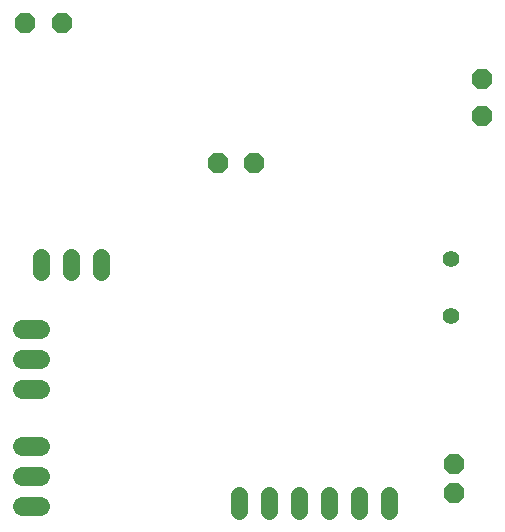
<source format=gbs>
G75*
%MOIN*%
%OFA0B0*%
%FSLAX24Y24*%
%IPPOS*%
%LPD*%
%AMOC8*
5,1,8,0,0,1.08239X$1,22.5*
%
%ADD10OC8,0.0670*%
%ADD11C,0.0560*%
%ADD12C,0.0560*%
%ADD13C,0.0640*%
D10*
X012610Y016280D03*
X013810Y016280D03*
X007410Y020930D03*
X006160Y020930D03*
X020460Y006230D03*
X020460Y005280D03*
X021410Y017830D03*
X021410Y019080D03*
D11*
X008710Y013140D02*
X008710Y012620D01*
X007710Y012620D02*
X007710Y013140D01*
X006710Y013140D02*
X006710Y012620D01*
X013310Y005190D02*
X013310Y004670D01*
X014310Y004670D02*
X014310Y005190D01*
X015310Y005190D02*
X015310Y004670D01*
X016310Y004670D02*
X016310Y005190D01*
X017310Y005190D02*
X017310Y004670D01*
X018310Y004670D02*
X018310Y005190D01*
D12*
X020360Y011180D03*
X020360Y013080D03*
D13*
X006660Y004830D02*
X006060Y004830D01*
X006060Y005830D02*
X006660Y005830D01*
X006660Y006830D02*
X006060Y006830D01*
X006060Y008730D02*
X006660Y008730D01*
X006660Y009730D02*
X006060Y009730D01*
X006060Y010730D02*
X006660Y010730D01*
M02*

</source>
